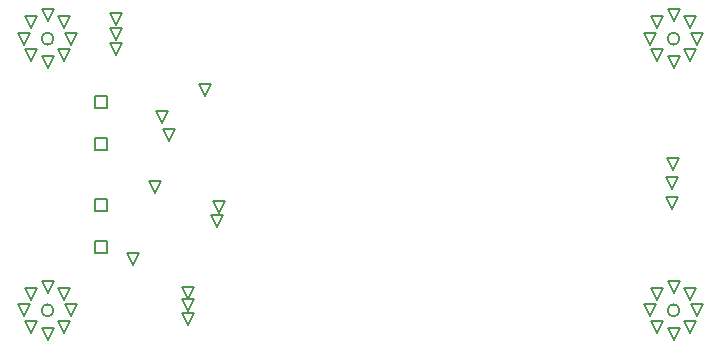
<source format=gbr>
%TF.GenerationSoftware,Altium Limited,Altium Designer,22.11.1 (43)*%
G04 Layer_Color=2752767*
%FSLAX45Y45*%
%MOMM*%
%TF.SameCoordinates,F25CF00E-CD35-404E-9013-36C82019CF52*%
%TF.FilePolarity,Positive*%
%TF.FileFunction,Drawing*%
%TF.Part,Single*%
G01*
G75*
%TA.AperFunction,NonConductor*%
%ADD71C,0.12700*%
%ADD72C,0.16933*%
D71*
X754380Y2059420D02*
Y2161020D01*
X855980D01*
Y2059420D01*
X754380D01*
Y1709420D02*
Y1811020D01*
X855980D01*
Y1709420D01*
X754380D01*
Y838720D02*
Y940320D01*
X855980D01*
Y838720D01*
X754380D01*
Y1188720D02*
Y1290320D01*
X855980D01*
Y1188720D01*
X754380D01*
X1678940Y2164080D02*
X1628140Y2265680D01*
X1729740D01*
X1678940Y2164080D01*
X1798320Y1176020D02*
X1747520Y1277620D01*
X1849120D01*
X1798320Y1176020D01*
X1536700Y223520D02*
X1485900Y325120D01*
X1587500D01*
X1536700Y223520D01*
X1541780Y340360D02*
X1490980Y441960D01*
X1592580D01*
X1541780Y340360D01*
Y449580D02*
X1490980Y551180D01*
X1592580D01*
X1541780Y449580D01*
X5648960Y1541780D02*
X5598160Y1643380D01*
X5699760D01*
X5648960Y1541780D01*
X5633720Y1374140D02*
X5582920Y1475740D01*
X5684520D01*
X5633720Y1374140D01*
Y1206500D02*
X5582920Y1308100D01*
X5684520D01*
X5633720Y1206500D01*
X1259840Y1343660D02*
X1209040Y1445260D01*
X1310640D01*
X1259840Y1343660D01*
X1783080Y1051560D02*
X1732280Y1153160D01*
X1833880D01*
X1783080Y1051560D01*
X929640Y2512060D02*
X878840Y2613660D01*
X980440D01*
X929640Y2512060D01*
Y2641600D02*
X878840Y2743200D01*
X980440D01*
X929640Y2641600D01*
Y2766060D02*
X878840Y2867660D01*
X980440D01*
X929640Y2766060D01*
X1069340Y734060D02*
X1018540Y835660D01*
X1120140D01*
X1069340Y734060D01*
X1381760Y1780540D02*
X1330960Y1882140D01*
X1432560D01*
X1381760Y1780540D01*
X1315720Y1932940D02*
X1264920Y2034540D01*
X1366520D01*
X1315720Y1932940D01*
X5791420Y440620D02*
X5740620Y542220D01*
X5842220D01*
X5791420Y440620D01*
X5850000Y299200D02*
X5799200Y400800D01*
X5900800D01*
X5850000Y299200D01*
X5650000Y499200D02*
X5599200Y600800D01*
X5700800D01*
X5650000Y499200D01*
X5791420Y157780D02*
X5740620Y259380D01*
X5842220D01*
X5791420Y157780D01*
X5650000Y99200D02*
X5599200Y200800D01*
X5700800D01*
X5650000Y99200D01*
X5508580Y440620D02*
X5457780Y542220D01*
X5559380D01*
X5508580Y440620D01*
X5450000Y299200D02*
X5399200Y400800D01*
X5500800D01*
X5450000Y299200D01*
X5508580Y157780D02*
X5457780Y259380D01*
X5559380D01*
X5508580Y157780D01*
X350000Y2799200D02*
X299200Y2900800D01*
X400800D01*
X350000Y2799200D01*
X550000Y2599200D02*
X499200Y2700800D01*
X600800D01*
X550000Y2599200D01*
X350000Y2399200D02*
X299200Y2500800D01*
X400800D01*
X350000Y2399200D01*
X150000Y2599200D02*
X99200Y2700800D01*
X200800D01*
X150000Y2599200D01*
X208580Y2740620D02*
X157780Y2842220D01*
X259380D01*
X208580Y2740620D01*
X491420D02*
X440620Y2842220D01*
X542220D01*
X491420Y2740620D01*
Y2457780D02*
X440620Y2559380D01*
X542220D01*
X491420Y2457780D01*
X208580D02*
X157780Y2559380D01*
X259380D01*
X208580Y2457780D01*
X5650000Y2799200D02*
X5599200Y2900800D01*
X5700800D01*
X5650000Y2799200D01*
X5850000Y2599200D02*
X5799200Y2700800D01*
X5900800D01*
X5850000Y2599200D01*
X5650000Y2399200D02*
X5599200Y2500800D01*
X5700800D01*
X5650000Y2399200D01*
X5450000Y2599200D02*
X5399200Y2700800D01*
X5500800D01*
X5450000Y2599200D01*
X5508580Y2740620D02*
X5457780Y2842220D01*
X5559380D01*
X5508580Y2740620D01*
X5791420D02*
X5740620Y2842220D01*
X5842220D01*
X5791420Y2740620D01*
Y2457780D02*
X5740620Y2559380D01*
X5842220D01*
X5791420Y2457780D01*
X5508580D02*
X5457780Y2559380D01*
X5559380D01*
X5508580Y2457780D01*
X350000Y499200D02*
X299200Y600800D01*
X400800D01*
X350000Y499200D01*
X550000Y299200D02*
X499200Y400800D01*
X600800D01*
X550000Y299200D01*
X350000Y99200D02*
X299200Y200800D01*
X400800D01*
X350000Y99200D01*
X150000Y299200D02*
X99200Y400800D01*
X200800D01*
X150000Y299200D01*
X208580Y440620D02*
X157780Y542220D01*
X259380D01*
X208580Y440620D01*
X491420D02*
X440620Y542220D01*
X542220D01*
X491420Y440620D01*
Y157780D02*
X440620Y259380D01*
X542220D01*
X491420Y157780D01*
X208580D02*
X157780Y259380D01*
X259380D01*
X208580Y157780D01*
D72*
X5700800Y350000D02*
G03*
X5700800Y350000I-50800J0D01*
G01*
X400800Y2650000D02*
G03*
X400800Y2650000I-50800J0D01*
G01*
X5700800D02*
G03*
X5700800Y2650000I-50800J0D01*
G01*
X400800Y350000D02*
G03*
X400800Y350000I-50800J0D01*
G01*
%TF.MD5,86372df4d469a99ff5b2d3ec1ee4a749*%
M02*

</source>
